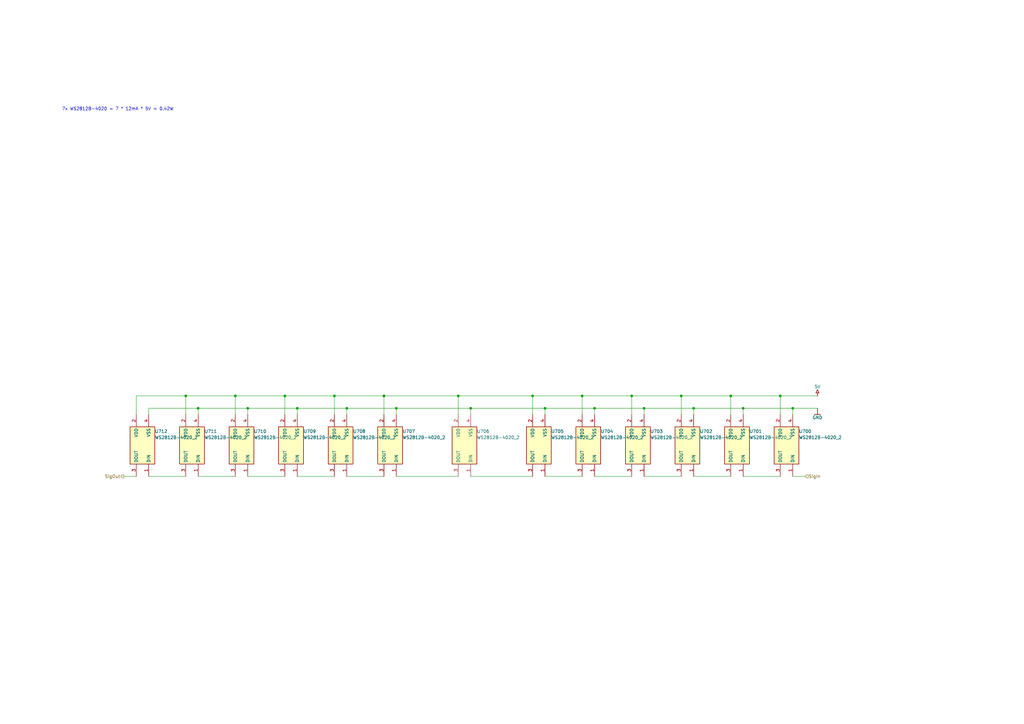
<source format=kicad_sch>
(kicad_sch (version 20231120) (generator "eeschema") (generator_version "8.0")
  (paper "A3")
  (lib_symbols
    (symbol "Lada_Speedometer-altium-import:5V_ARROW" (power)
      (property "Reference" "#PWR" (at 0 0 0))
      (property "Value" "5V" (at 0 3.81 0))
      (symbol "5V_ARROW_0_0"
        (polyline (pts (xy 0 0) (xy 0 -1.27)) (stroke (width 0.254)))
        (polyline (pts (xy -0.635 -1.27) (xy 0.635 -1.27) (xy 0 -2.54) (xy -0.635 -1.27)) (stroke (width 0.254)))
        (pin power_in line (at 0 0 0) (length 0) hide (name "5V") (number ""))
      )
    )
    (symbol "Lada_Speedometer-altium-import:Designator_1_WS2812B-4020_2"
      (symbol "Designator_1_WS2812B-4020_2_1_0"
        (rectangle (start 5.08 7.62) (end -5.08 -7.62) (stroke (width 0.254) (color 128 0 0 1)) (fill (type background)))
        (pin input line (at 2.54 -12.7 90) (length 5.08) (name "DIN") (number "1"))
        (pin power_in line (at -2.54 12.7 270) (length 5.08) (name "VDD") (number "2"))
        (pin output line (at -2.54 -12.7 90) (length 5.08) (name "DOUT") (number "3"))
        (pin power_in line (at 2.54 12.7 270) (length 5.08) (name "VSS") (number "4"))
      )
    )
    (symbol "Lada_Speedometer-altium-import:GND_BAR" (power)
      (property "Reference" "#PWR" (at 0 0 0))
      (property "Value" "GND" (at 0 3.81 0))
      (symbol "GND_BAR_0_0"
        (polyline (pts (xy -1.27 -2.54) (xy 1.27 -2.54)) (stroke (width 0.254)))
        (polyline (pts (xy 0 0) (xy 0 -2.54)) (stroke (width 0.254)))
        (pin power_in line (at 0 0 0) (length 0) hide (name "GND") (number ""))
      )
    )
  )
  (junction (at 96.52 162.3822))
  (junction (at 121.92 167.4622))
  (junction (at 193.04 167.4622))
  (junction (at 116.84 162.3822))
  (junction (at 76.2 162.3822))
  (junction (at 218.44 162.3822))
  (junction (at 223.52 167.4622))
  (junction (at 304.8 167.4622))
  (junction (at 142.24 167.4622))
  (junction (at 279.4 162.3822))
  (junction (at 299.72 162.3822))
  (junction (at 81.28 167.4622))
  (junction (at 284.48 167.4622))
  (junction (at 259.08 162.3822))
  (junction (at 187.96 162.3822))
  (junction (at 162.56 167.4622))
  (junction (at 320.04 162.3822))
  (junction (at 238.76 162.3822))
  (junction (at 157.48 162.3822))
  (junction (at 101.6 167.4622))
  (junction (at 325.12 167.4622))
  (junction (at 264.16 167.4622))
  (junction (at 243.84 167.4622))
  (junction (at 137.16 162.3822))
  (wire (pts (xy 264.16 167.4622) (xy 284.48 167.4622)))
  (wire (pts (xy 50.8 195.4022) (xy 55.88 195.4022)))
  (wire (pts (xy 299.72 162.3822) (xy 320.04 162.3822)))
  (wire (pts (xy 162.56 170.0022) (xy 162.56 167.4622)))
  (wire (pts (xy 137.16 162.3822) (xy 157.48 162.3822)))
  (wire (pts (xy 96.52 162.3822) (xy 116.84 162.3822)))
  (wire (pts (xy 81.28 167.4622) (xy 101.6 167.4622)))
  (wire (pts (xy 187.96 195.4022) (xy 162.56 195.4022)))
  (wire (pts (xy 299.72 195.4022) (xy 284.48 195.4022)))
  (wire (pts (xy 60.96 170.0022) (xy 60.96 167.4622)))
  (wire (pts (xy 142.24 195.4022) (xy 157.48 195.4022)))
  (wire (pts (xy 259.08 170.0022) (xy 259.08 162.3822)))
  (wire (pts (xy 142.24 170.0022) (xy 142.24 167.4622)))
  (wire (pts (xy 320.04 162.3822) (xy 335.28 162.3822)))
  (wire (pts (xy 264.16 195.4022) (xy 279.4 195.4022)))
  (wire (pts (xy 60.96 167.4622) (xy 81.28 167.4622)))
  (wire (pts (xy 304.8 167.4622) (xy 325.12 167.4622)))
  (wire (pts (xy 284.48 167.4622) (xy 304.8 167.4622)))
  (wire (pts (xy 121.92 170.0022) (xy 121.92 167.4622)))
  (wire (pts (xy 325.12 170.0022) (xy 325.12 167.4622)))
  (wire (pts (xy 320.04 170.0022) (xy 320.04 162.3822)))
  (wire (pts (xy 238.76 162.3822) (xy 259.08 162.3822)))
  (wire (pts (xy 304.8 195.4022) (xy 320.04 195.4022)))
  (wire (pts (xy 223.52 167.4622) (xy 243.84 167.4622)))
  (wire (pts (xy 299.72 170.0022) (xy 299.72 162.3822)))
  (wire (pts (xy 157.48 162.3822) (xy 187.96 162.3822)))
  (wire (pts (xy 96.52 170.0022) (xy 96.52 162.3822)))
  (wire (pts (xy 116.84 170.0022) (xy 116.84 162.3822)))
  (wire (pts (xy 259.08 162.3822) (xy 279.4 162.3822)))
  (wire (pts (xy 304.8 170.0022) (xy 304.8 167.4622)))
  (wire (pts (xy 284.48 170.0022) (xy 284.48 167.4622)))
  (wire (pts (xy 243.84 170.0022) (xy 243.84 167.4622)))
  (wire (pts (xy 137.16 170.0022) (xy 137.16 162.3822)))
  (wire (pts (xy 193.04 170.0022) (xy 193.04 167.4622)))
  (wire (pts (xy 81.28 170.0022) (xy 81.28 167.4622)))
  (wire (pts (xy 223.52 195.4022) (xy 238.76 195.4022)))
  (wire (pts (xy 187.96 170.0022) (xy 187.96 162.3822)))
  (wire (pts (xy 76.2 162.3822) (xy 96.52 162.3822)))
  (wire (pts (xy 101.6 167.4622) (xy 121.92 167.4622)))
  (wire (pts (xy 325.12 195.4022) (xy 330.2 195.4022)))
  (wire (pts (xy 325.12 167.4622) (xy 335.28 167.4622)))
  (wire (pts (xy 101.6 170.0022) (xy 101.6 167.4622)))
  (wire (pts (xy 76.2 170.0022) (xy 76.2 162.3822)))
  (wire (pts (xy 55.88 162.3822) (xy 76.2 162.3822)))
  (wire (pts (xy 121.92 167.4622) (xy 142.24 167.4622)))
  (wire (pts (xy 142.24 167.4622) (xy 162.56 167.4622)))
  (wire (pts (xy 101.6 195.4022) (xy 116.84 195.4022)))
  (wire (pts (xy 187.96 162.3822) (xy 218.44 162.3822)))
  (wire (pts (xy 223.52 170.0022) (xy 223.52 167.4622)))
  (wire (pts (xy 243.84 167.4622) (xy 264.16 167.4622)))
  (wire (pts (xy 162.56 167.4622) (xy 193.04 167.4622)))
  (wire (pts (xy 279.4 162.3822) (xy 299.72 162.3822)))
  (wire (pts (xy 76.2 195.4022) (xy 60.96 195.4022)))
  (wire (pts (xy 116.84 162.3822) (xy 137.16 162.3822)))
  (wire (pts (xy 193.04 195.4022) (xy 218.44 195.4022)))
  (wire (pts (xy 157.48 170.0022) (xy 157.48 162.3822)))
  (wire (pts (xy 193.04 167.4622) (xy 223.52 167.4622)))
  (wire (pts (xy 81.28 195.4022) (xy 96.52 195.4022)))
  (wire (pts (xy 238.76 170.0022) (xy 238.76 162.3822)))
  (wire (pts (xy 55.88 170.0022) (xy 55.88 162.3822)))
  (wire (pts (xy 243.84 195.4022) (xy 259.08 195.4022)))
  (wire (pts (xy 218.44 162.3822) (xy 238.76 162.3822)))
  (wire (pts (xy 279.4 170.0022) (xy 279.4 162.3822)))
  (wire (pts (xy 218.44 170.0022) (xy 218.44 162.3822)))
  (wire (pts (xy 264.16 170.0022) (xy 264.16 167.4622)))
  (wire (pts (xy 121.92 195.4022) (xy 137.16 195.4022)))
  (text "7x WS2812B-4020 = 7 * 12mA * 5V = 0.42W" (at 25.4 45.5422 0) (effects (font (size 1.27 1.27)) (justify left bottom)))
  (hierarchical_label "SigOut" (shape output) (at 50.8 195.4022 180))
  (hierarchical_label "SigIn" (shape input) (at 330.2 195.4022 0))
  (symbol (lib_id "Lada_Speedometer-altium-import:Designator_1_WS2812B-4020_2") (at 261.62 182.7022 0) (unit 1)
    (property "Reference" "U703" (at 266.7 177.6222 0) (effects (justify left bottom)))
    (property "Value" "WS2812B-4020_2" (at 266.7 180.1622 0) (effects (justify left bottom)))
    (property "Footprint" "LED_WS2812B-4020" (effects (hide yes)))
    (property "Description" "12mA RGB SMD,2x4mm Light Emitting Diodes" (effects (hide yes)))
    (property "PRICE" "None" (effects (hide yes)))
    (property "MP" "WS2812B-4020" (effects (hide yes)))
    (property "AVAILABILITY" "Not in stock" (effects (hide yes)))
    (property "SNAPEDA_LINK" "https://www.snapeda.com/parts/WS2812B-4020/Worldsemi/view-part/?ref=snap" (effects (hide yes)))
    (property "CHECK_PRICES" "https://www.snapeda.com/parts/WS2812B-4020/Worldsemi/view-part/?ref=eda" (effects (hide yes)))
    (property "ALTIUM_VALUE" "*" (effects (hide yes)))
    (property "PACKAGE" "Package" (effects (hide yes)))
    (property "MF" "Worldsemi" (effects (hide yes)))
  )
  (symbol (lib_id "Lada_Speedometer-altium-import:GND_BAR") (at 335.28 167.4622 0) (unit 1)
    (property "Reference" "#PWR?" (effects (hide yes)))
    (property "Value" "GND" (at 335.28 171.2722 0))
  )
  (symbol (lib_id "Lada_Speedometer-altium-import:Designator_1_WS2812B-4020_2") (at 78.74 182.7022 0) (unit 1)
    (property "Reference" "U711" (at 83.82 177.6222 0) (effects (justify left bottom)))
    (property "Value" "WS2812B-4020_2" (at 83.82 180.1622 0) (effects (justify left bottom)))
    (property "Footprint" "LED_WS2812B-4020" (effects (hide yes)))
    (property "Description" "12mA RGB SMD,2x4mm Light Emitting Diodes" (effects (hide yes)))
    (property "PRICE" "None" (effects (hide yes)))
    (property "MP" "WS2812B-4020" (effects (hide yes)))
    (property "AVAILABILITY" "Not in stock" (effects (hide yes)))
    (property "SNAPEDA_LINK" "https://www.snapeda.com/parts/WS2812B-4020/Worldsemi/view-part/?ref=snap" (effects (hide yes)))
    (property "CHECK_PRICES" "https://www.snapeda.com/parts/WS2812B-4020/Worldsemi/view-part/?ref=eda" (effects (hide yes)))
    (property "ALTIUM_VALUE" "*" (effects (hide yes)))
    (property "PACKAGE" "Package" (effects (hide yes)))
    (property "MF" "Worldsemi" (effects (hide yes)))
  )
  (symbol (lib_id "Lada_Speedometer-altium-import:Designator_1_WS2812B-4020_2") (at 160.02 182.7022 0) (unit 1)
    (property "Reference" "U707" (at 165.1 177.6222 0) (effects (justify left bottom)))
    (property "Value" "WS2812B-4020_2" (at 165.1 180.1622 0) (effects (justify left bottom)))
    (property "Footprint" "LED_WS2812B-4020" (effects (hide yes)))
    (property "Description" "12mA RGB SMD,2x4mm Light Emitting Diodes" (effects (hide yes)))
    (property "PRICE" "None" (effects (hide yes)))
    (property "MP" "WS2812B-4020" (effects (hide yes)))
    (property "AVAILABILITY" "Not in stock" (effects (hide yes)))
    (property "SNAPEDA_LINK" "https://www.snapeda.com/parts/WS2812B-4020/Worldsemi/view-part/?ref=snap" (effects (hide yes)))
    (property "CHECK_PRICES" "https://www.snapeda.com/parts/WS2812B-4020/Worldsemi/view-part/?ref=eda" (effects (hide yes)))
    (property "ALTIUM_VALUE" "*" (effects (hide yes)))
    (property "PACKAGE" "Package" (effects (hide yes)))
    (property "MF" "Worldsemi" (effects (hide yes)))
  )
  (symbol (lib_id "Lada_Speedometer-altium-import:Designator_1_WS2812B-4020_2") (at 58.42 182.7022 0) (unit 1)
    (property "Reference" "U712" (at 63.5 177.6222 0) (effects (justify left bottom)))
    (property "Value" "WS2812B-4020_2" (at 63.5 180.1622 0) (effects (justify left bottom)))
    (property "Footprint" "LED_WS2812B-4020" (effects (hide yes)))
    (property "Description" "12mA RGB SMD,2x4mm Light Emitting Diodes" (effects (hide yes)))
    (property "PRICE" "None" (effects (hide yes)))
    (property "MP" "WS2812B-4020" (effects (hide yes)))
    (property "AVAILABILITY" "Not in stock" (effects (hide yes)))
    (property "SNAPEDA_LINK" "https://www.snapeda.com/parts/WS2812B-4020/Worldsemi/view-part/?ref=snap" (effects (hide yes)))
    (property "CHECK_PRICES" "https://www.snapeda.com/parts/WS2812B-4020/Worldsemi/view-part/?ref=eda" (effects (hide yes)))
    (property "ALTIUM_VALUE" "*" (effects (hide yes)))
    (property "PACKAGE" "Package" (effects (hide yes)))
    (property "MF" "Worldsemi" (effects (hide yes)))
  )
  (symbol (lib_id "Lada_Speedometer-altium-import:Designator_1_WS2812B-4020_2") (at 302.26 182.7022 0) (unit 1)
    (property "Reference" "U701" (at 307.34 177.6222 0) (effects (justify left bottom)))
    (property "Value" "WS2812B-4020_2" (at 307.34 180.1622 0) (effects (justify left bottom)))
    (property "Footprint" "LED_WS2812B-4020" (effects (hide yes)))
    (property "Description" "12mA RGB SMD,2x4mm Light Emitting Diodes" (effects (hide yes)))
    (property "PRICE" "None" (effects (hide yes)))
    (property "MP" "WS2812B-4020" (effects (hide yes)))
    (property "AVAILABILITY" "Not in stock" (effects (hide yes)))
    (property "SNAPEDA_LINK" "https://www.snapeda.com/parts/WS2812B-4020/Worldsemi/view-part/?ref=snap" (effects (hide yes)))
    (property "CHECK_PRICES" "https://www.snapeda.com/parts/WS2812B-4020/Worldsemi/view-part/?ref=eda" (effects (hide yes)))
    (property "ALTIUM_VALUE" "*" (effects (hide yes)))
    (property "PACKAGE" "Package" (effects (hide yes)))
    (property "MF" "Worldsemi" (effects (hide yes)))
  )
  (symbol (lib_id "Lada_Speedometer-altium-import:Designator_1_WS2812B-4020_2") (at 99.06 182.7022 0) (unit 1)
    (property "Reference" "U710" (at 104.14 177.6222 0) (effects (justify left bottom)))
    (property "Value" "WS2812B-4020_2" (at 104.14 180.1622 0) (effects (justify left bottom)))
    (property "Footprint" "LED_WS2812B-4020" (effects (hide yes)))
    (property "Description" "12mA RGB SMD,2x4mm Light Emitting Diodes" (effects (hide yes)))
    (property "PRICE" "None" (effects (hide yes)))
    (property "MP" "WS2812B-4020" (effects (hide yes)))
    (property "AVAILABILITY" "Not in stock" (effects (hide yes)))
    (property "SNAPEDA_LINK" "https://www.snapeda.com/parts/WS2812B-4020/Worldsemi/view-part/?ref=snap" (effects (hide yes)))
    (property "CHECK_PRICES" "https://www.snapeda.com/parts/WS2812B-4020/Worldsemi/view-part/?ref=eda" (effects (hide yes)))
    (property "ALTIUM_VALUE" "*" (effects (hide yes)))
    (property "PACKAGE" "Package" (effects (hide yes)))
    (property "MF" "Worldsemi" (effects (hide yes)))
  )
  (symbol (lib_id "Lada_Speedometer-altium-import:Designator_1_WS2812B-4020_2") (at 190.5 182.7022 0) (unit 1)
    (property "Reference" "U706" (at 195.58 177.6222 0) (effects (justify left bottom)))
    (property "Value" "WS2812B-4020_2" (at 195.58 180.1622 0) (effects (justify left bottom)))
    (property "Footprint" "LED_WS2812B-4020" (effects (hide yes)))
    (property "Description" "12mA RGB SMD,2x4mm Light Emitting Diodes" (effects (hide yes)))
    (property "PRICE" "None" (effects (hide yes)))
    (property "MP" "WS2812B-4020" (effects (hide yes)))
    (property "AVAILABILITY" "Not in stock" (effects (hide yes)))
    (property "SNAPEDA_LINK" "https://www.snapeda.com/parts/WS2812B-4020/Worldsemi/view-part/?ref=snap" (effects (hide yes)))
    (property "CHECK_PRICES" "https://www.snapeda.com/parts/WS2812B-4020/Worldsemi/view-part/?ref=eda" (effects (hide yes)))
    (property "ALTIUM_VALUE" "*" (effects (hide yes)))
    (property "PACKAGE" "Package" (effects (hide yes)))
    (property "MF" "Worldsemi" (effects (hide yes)))
  )
  (symbol (lib_id "Lada_Speedometer-altium-import:Designator_1_WS2812B-4020_2") (at 241.3 182.7022 0) (unit 1)
    (property "Reference" "U704" (at 246.38 177.6222 0) (effects (justify left bottom)))
    (property "Value" "WS2812B-4020_2" (at 246.38 180.1622 0) (effects (justify left bottom)))
    (property "Footprint" "LED_WS2812B-4020" (effects (hide yes)))
    (property "Description" "12mA RGB SMD,2x4mm Light Emitting Diodes" (effects (hide yes)))
    (property "PRICE" "None" (effects (hide yes)))
    (property "MP" "WS2812B-4020" (effects (hide yes)))
    (property "AVAILABILITY" "Not in stock" (effects (hide yes)))
    (property "SNAPEDA_LINK" "https://www.snapeda.com/parts/WS2812B-4020/Worldsemi/view-part/?ref=snap" (effects (hide yes)))
    (property "CHECK_PRICES" "https://www.snapeda.com/parts/WS2812B-4020/Worldsemi/view-part/?ref=eda" (effects (hide yes)))
    (property "ALTIUM_VALUE" "*" (effects (hide yes)))
    (property "PACKAGE" "Package" (effects (hide yes)))
    (property "MF" "Worldsemi" (effects (hide yes)))
  )
  (symbol (lib_id "Lada_Speedometer-altium-import:Designator_1_WS2812B-4020_2") (at 281.94 182.7022 0) (unit 1)
    (property "Reference" "U702" (at 287.02 177.6222 0) (effects (justify left bottom)))
    (property "Value" "WS2812B-4020_2" (at 287.02 180.1622 0) (effects (justify left bottom)))
    (property "Footprint" "LED_WS2812B-4020" (effects (hide yes)))
    (property "Description" "12mA RGB SMD,2x4mm Light Emitting Diodes" (effects (hide yes)))
    (property "PRICE" "None" (effects (hide yes)))
    (property "MP" "WS2812B-4020" (effects (hide yes)))
    (property "AVAILABILITY" "Not in stock" (effects (hide yes)))
    (property "SNAPEDA_LINK" "https://www.snapeda.com/parts/WS2812B-4020/Worldsemi/view-part/?ref=snap" (effects (hide yes)))
    (property "CHECK_PRICES" "https://www.snapeda.com/parts/WS2812B-4020/Worldsemi/view-part/?ref=eda" (effects (hide yes)))
    (property "ALTIUM_VALUE" "*" (effects (hide yes)))
    (property "PACKAGE" "Package" (effects (hide yes)))
    (property "MF" "Worldsemi" (effects (hide yes)))
  )
  (symbol (lib_id "Lada_Speedometer-altium-import:Designator_1_WS2812B-4020_2") (at 220.98 182.7022 0) (unit 1)
    (property "Reference" "U705" (at 226.06 177.6222 0) (effects (justify left bottom)))
    (property "Value" "WS2812B-4020_2" (at 226.06 180.1622 0) (effects (justify left bottom)))
    (property "Footprint" "LED_WS2812B-4020" (effects (hide yes)))
    (property "Description" "12mA RGB SMD,2x4mm Light Emitting Diodes" (effects (hide yes)))
    (property "PRICE" "None" (effects (hide yes)))
    (property "MP" "WS2812B-4020" (effects (hide yes)))
    (property "AVAILABILITY" "Not in stock" (effects (hide yes)))
    (property "SNAPEDA_LINK" "https://www.snapeda.com/parts/WS2812B-4020/Worldsemi/view-part/?ref=snap" (effects (hide yes)))
    (property "CHECK_PRICES" "https://www.snapeda.com/parts/WS2812B-4020/Worldsemi/view-part/?ref=eda" (effects (hide yes)))
    (property "ALTIUM_VALUE" "*" (effects (hide yes)))
    (property "PACKAGE" "Package" (effects (hide yes)))
    (property "MF" "Worldsemi" (effects (hide yes)))
  )
  (symbol (lib_id "Lada_Speedometer-altium-import:5V_ARROW") (at 335.28 162.3822 180) (unit 1)
    (property "Reference" "#PWR?" (effects (hide yes)))
    (property "Value" "5V" (at 335.28 158.5722 0))
  )
  (symbol (lib_id "Lada_Speedometer-altium-import:Designator_1_WS2812B-4020_2") (at 139.7 182.7022 0) (unit 1)
    (property "Reference" "U708" (at 144.78 177.6222 0) (effects (justify left bottom)))
    (property "Value" "WS2812B-4020_2" (at 144.78 180.1622 0) (effects (justify left bottom)))
    (property "Footprint" "LED_WS2812B-4020" (effects (hide yes)))
    (property "Description" "12mA RGB SMD,2x4mm Light Emitting Diodes" (effects (hide yes)))
    (property "PRICE" "None" (effects (hide yes)))
    (property "MP" "WS2812B-4020" (effects (hide yes)))
    (property "AVAILABILITY" "Not in stock" (effects (hide yes)))
    (property "SNAPEDA_LINK" "https://www.snapeda.com/parts/WS2812B-4020/Worldsemi/view-part/?ref=snap" (effects (hide yes)))
    (property "CHECK_PRICES" "https://www.snapeda.com/parts/WS2812B-4020/Worldsemi/view-part/?ref=eda" (effects (hide yes)))
    (property "ALTIUM_VALUE" "*" (effects (hide yes)))
    (property "PACKAGE" "Package" (effects (hide yes)))
    (property "MF" "Worldsemi" (effects (hide yes)))
  )
  (symbol (lib_id "Lada_Speedometer-altium-import:Designator_1_WS2812B-4020_2") (at 322.58 182.7022 0) (unit 1)
    (property "Reference" "U700" (at 327.66 177.6222 0) (effects (justify left bottom)))
    (property "Value" "WS2812B-4020_2" (at 327.66 180.1622 0) (effects (justify left bottom)))
    (property "Footprint" "LED_WS2812B-4020" (effects (hide yes)))
    (property "Description" "12mA RGB SMD,2x4mm Light Emitting Diodes" (effects (hide yes)))
    (property "PRICE" "None" (effects (hide yes)))
    (property "MP" "WS2812B-4020" (effects (hide yes)))
    (property "AVAILABILITY" "Not in stock" (effects (hide yes)))
    (property "SNAPEDA_LINK" "https://www.snapeda.com/parts/WS2812B-4020/Worldsemi/view-part/?ref=snap" (effects (hide yes)))
    (property "CHECK_PRICES" "https://www.snapeda.com/parts/WS2812B-4020/Worldsemi/view-part/?ref=eda" (effects (hide yes)))
    (property "ALTIUM_VALUE" "*" (effects (hide yes)))
    (property "PACKAGE" "Package" (effects (hide yes)))
    (property "MF" "Worldsemi" (effects (hide yes)))
  )
  (symbol (lib_id "Lada_Speedometer-altium-import:Designator_1_WS2812B-4020_2") (at 119.38 182.7022 0) (unit 1)
    (property "Reference" "U709" (at 124.46 177.6222 0) (effects (justify left bottom)))
    (property "Value" "WS2812B-4020_2" (at 124.46 180.1622 0) (effects (justify left bottom)))
    (property "Footprint" "LED_WS2812B-4020" (effects (hide yes)))
    (property "Description" "12mA RGB SMD,2x4mm Light Emitting Diodes" (effects (hide yes)))
    (property "PRICE" "None" (effects (hide yes)))
    (property "MP" "WS2812B-4020" (effects (hide yes)))
    (property "AVAILABILITY" "Not in stock" (effects (hide yes)))
    (property "SNAPEDA_LINK" "https://www.snapeda.com/parts/WS2812B-4020/Worldsemi/view-part/?ref=snap" (effects (hide yes)))
    (property "CHECK_PRICES" "https://www.snapeda.com/parts/WS2812B-4020/Worldsemi/view-part/?ref=eda" (effects (hide yes)))
    (property "ALTIUM_VALUE" "*" (effects (hide yes)))
    (property "PACKAGE" "Package" (effects (hide yes)))
    (property "MF" "Worldsemi" (effects (hide yes)))
  )
)
</source>
